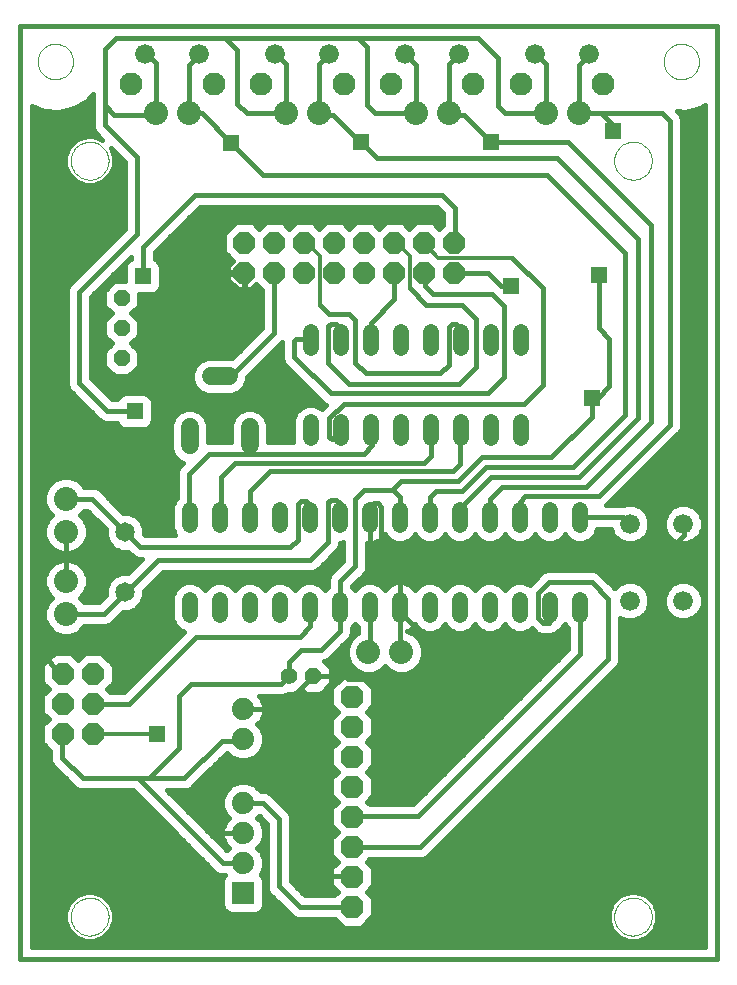
<source format=gbl>
G75*
G70*
%OFA0B0*%
%FSLAX24Y24*%
%IPPOS*%
%LPD*%
%AMOC8*
5,1,8,0,0,1.08239X$1,22.5*
%
%ADD10C,0.0160*%
%ADD11C,0.0520*%
%ADD12C,0.0650*%
%ADD13C,0.0660*%
%ADD14C,0.0768*%
%ADD15OC8,0.0760*%
%ADD16C,0.0800*%
%ADD17C,0.0000*%
%ADD18OC8,0.0740*%
%ADD19R,0.0740X0.0740*%
%ADD20C,0.0740*%
%ADD21OC8,0.0520*%
%ADD22OC8,0.0560*%
%ADD23C,0.0560*%
%ADD24C,0.0600*%
%ADD25R,0.0560X0.0560*%
%ADD26C,0.0120*%
D10*
X000519Y000180D02*
X023747Y000180D01*
X023747Y031282D01*
X000519Y031282D01*
X000519Y000180D01*
X000913Y000574D02*
X000913Y028626D01*
X001326Y028463D01*
X001826Y028426D01*
X002314Y028537D01*
X002747Y028788D01*
X002747Y028788D01*
X002954Y029010D01*
X002954Y027896D01*
X003014Y027749D01*
X003269Y027494D01*
X003003Y027604D01*
X002681Y027604D01*
X002383Y027481D01*
X002155Y027253D01*
X002032Y026955D01*
X002032Y026633D01*
X002155Y026335D01*
X002383Y026108D01*
X002681Y025984D01*
X003003Y025984D01*
X003301Y026108D01*
X003528Y026335D01*
X003652Y026633D01*
X003652Y026955D01*
X003541Y027222D01*
X004017Y026747D01*
X004017Y024519D01*
X002148Y022651D01*
X002087Y022504D01*
X002087Y019313D01*
X002148Y019166D01*
X003093Y018221D01*
X003206Y018109D01*
X003353Y018048D01*
X003761Y018048D01*
X003787Y017986D01*
X003877Y017896D01*
X003994Y017848D01*
X004681Y017848D01*
X004799Y017896D01*
X004889Y017986D01*
X004938Y018104D01*
X004938Y018791D01*
X004889Y018909D01*
X004799Y018999D01*
X004681Y019048D01*
X003994Y019048D01*
X003877Y018999D01*
X003787Y018909D01*
X003761Y018848D01*
X003598Y018848D01*
X002887Y019558D01*
X002887Y022258D01*
X004213Y023584D01*
X004213Y023513D01*
X004152Y023487D01*
X004062Y023397D01*
X004013Y023280D01*
X004013Y022784D01*
X003664Y022784D01*
X003325Y022444D01*
X003325Y021963D01*
X003584Y021704D01*
X003325Y021444D01*
X003325Y020963D01*
X003584Y020704D01*
X003325Y020444D01*
X003325Y019963D01*
X003664Y019624D01*
X004145Y019624D01*
X004485Y019963D01*
X004485Y020444D01*
X004225Y020704D01*
X004485Y020963D01*
X004485Y021444D01*
X004225Y021704D01*
X004485Y021963D01*
X004485Y022336D01*
X004957Y022336D01*
X005075Y022385D01*
X005165Y022475D01*
X005213Y022592D01*
X005213Y023280D01*
X005165Y023397D01*
X005075Y023487D01*
X005013Y023513D01*
X005013Y023754D01*
X006511Y025252D01*
X014408Y025252D01*
X014607Y025054D01*
X014607Y024638D01*
X014499Y024530D01*
X014285Y024744D01*
X013713Y024744D01*
X013499Y024530D01*
X013285Y024744D01*
X012713Y024744D01*
X012499Y024530D01*
X012285Y024744D01*
X011713Y024744D01*
X011499Y024530D01*
X011285Y024744D01*
X010713Y024744D01*
X010499Y024530D01*
X010285Y024744D01*
X009713Y024744D01*
X009499Y024530D01*
X009285Y024744D01*
X008713Y024744D01*
X008499Y024530D01*
X008285Y024744D01*
X007713Y024744D01*
X007309Y024340D01*
X007309Y023768D01*
X007622Y023455D01*
X007449Y023282D01*
X007449Y023074D01*
X007979Y023074D01*
X007979Y023034D01*
X007449Y023034D01*
X007449Y022826D01*
X007771Y022504D01*
X007979Y022504D01*
X007979Y023034D01*
X008019Y023034D01*
X008019Y022504D01*
X008227Y022504D01*
X008400Y022677D01*
X008583Y022494D01*
X008583Y021212D01*
X007597Y020225D01*
X007596Y020225D01*
X006749Y020225D01*
X006521Y020131D01*
X006347Y019956D01*
X006252Y019729D01*
X006252Y019482D01*
X006347Y019254D01*
X006521Y019080D01*
X006749Y018985D01*
X007596Y018985D01*
X007824Y019080D01*
X007998Y019254D01*
X008092Y019482D01*
X008092Y019589D01*
X009210Y020707D01*
X009210Y020707D01*
X009253Y020750D01*
X009253Y020179D01*
X009314Y020032D01*
X010647Y018699D01*
X010724Y018667D01*
X010607Y018551D01*
X010579Y018523D01*
X010536Y018566D01*
X010323Y018654D01*
X010093Y018654D01*
X009879Y018566D01*
X009716Y018402D01*
X009628Y018189D01*
X009628Y017438D01*
X009631Y017430D01*
X008792Y017430D01*
X008792Y018029D01*
X008698Y018256D01*
X008524Y018431D01*
X008296Y018525D01*
X008049Y018525D01*
X007821Y018431D01*
X007647Y018256D01*
X007552Y018029D01*
X007552Y017430D01*
X006792Y017430D01*
X006792Y018029D01*
X006698Y018256D01*
X006524Y018431D01*
X006296Y018525D01*
X006049Y018525D01*
X005821Y018431D01*
X005647Y018256D01*
X005552Y018029D01*
X005552Y017182D01*
X005647Y016954D01*
X005821Y016780D01*
X005949Y016727D01*
X005922Y016700D01*
X005810Y016588D01*
X005749Y016441D01*
X005749Y015553D01*
X005693Y015497D01*
X005604Y015284D01*
X005604Y014533D01*
X005692Y014320D01*
X004700Y014320D01*
X004668Y014353D01*
X004668Y014537D01*
X004570Y014774D01*
X004388Y014955D01*
X004151Y015053D01*
X003967Y015053D01*
X003147Y015873D01*
X003000Y015934D01*
X002667Y015934D01*
X002665Y015941D01*
X002462Y016144D01*
X002198Y016253D01*
X001911Y016253D01*
X001646Y016144D01*
X001444Y015941D01*
X001334Y015676D01*
X001334Y015390D01*
X001444Y015125D01*
X001586Y014983D01*
X001444Y014841D01*
X001334Y014576D01*
X001334Y014290D01*
X001444Y014025D01*
X001646Y013823D01*
X001911Y013713D01*
X002198Y013713D01*
X002462Y013823D01*
X002665Y014025D01*
X002774Y014290D01*
X002774Y014576D01*
X002665Y014841D01*
X002523Y014983D01*
X002665Y015125D01*
X002668Y015134D01*
X002755Y015134D01*
X003378Y014511D01*
X003378Y014280D01*
X003476Y014043D01*
X003657Y013862D01*
X003895Y013763D01*
X004126Y013763D01*
X004308Y013581D01*
X004455Y013520D01*
X004593Y013520D01*
X004126Y013053D01*
X003895Y013053D01*
X003657Y012955D01*
X003476Y012774D01*
X003378Y012537D01*
X003378Y012305D01*
X003148Y012076D01*
X002668Y012076D01*
X002665Y012085D01*
X002523Y012227D01*
X002665Y012369D01*
X002774Y012634D01*
X002774Y012920D01*
X002665Y013185D01*
X002462Y013388D01*
X002198Y013497D01*
X001911Y013497D01*
X001646Y013388D01*
X001444Y013185D01*
X001334Y012920D01*
X001334Y012634D01*
X001444Y012369D01*
X001586Y012227D01*
X001444Y012085D01*
X001334Y011820D01*
X001334Y011534D01*
X001444Y011269D01*
X001646Y011067D01*
X001911Y010957D01*
X002198Y010957D01*
X002462Y011067D01*
X002665Y011269D01*
X002667Y011276D01*
X003394Y011276D01*
X003541Y011337D01*
X003967Y011763D01*
X004151Y011763D01*
X004388Y011862D01*
X004570Y012043D01*
X004668Y012280D01*
X004668Y012464D01*
X005291Y013087D01*
X010284Y013087D01*
X010431Y013148D01*
X010543Y013261D01*
X011134Y013851D01*
X011194Y013998D01*
X011194Y014068D01*
X011300Y014068D01*
X011300Y014069D02*
X011300Y013456D01*
X010849Y013005D01*
X010788Y012858D01*
X010788Y012593D01*
X010693Y012497D01*
X010684Y012477D01*
X010676Y012497D01*
X010513Y012660D01*
X010300Y012748D01*
X010069Y012748D01*
X009856Y012660D01*
X009693Y012497D01*
X009684Y012477D01*
X009676Y012497D01*
X009513Y012660D01*
X009300Y012748D01*
X009069Y012748D01*
X008856Y012660D01*
X008693Y012497D01*
X008684Y012477D01*
X008676Y012497D01*
X008513Y012660D01*
X008300Y012748D01*
X008069Y012748D01*
X007856Y012660D01*
X007693Y012497D01*
X007684Y012477D01*
X007676Y012497D01*
X007513Y012660D01*
X007300Y012748D01*
X007069Y012748D01*
X006856Y012660D01*
X006693Y012497D01*
X006684Y012477D01*
X006676Y012497D01*
X006513Y012660D01*
X006300Y012748D01*
X006069Y012748D01*
X005856Y012660D01*
X005693Y012497D01*
X005604Y012284D01*
X005604Y011533D01*
X005693Y011320D01*
X005856Y011157D01*
X005992Y011100D01*
X003975Y009084D01*
X003524Y009084D01*
X003424Y009184D01*
X003638Y009398D01*
X003638Y009970D01*
X003234Y010374D01*
X002662Y010374D01*
X002448Y010160D01*
X002234Y010374D01*
X001662Y010374D01*
X001258Y009970D01*
X001258Y009398D01*
X001472Y009184D01*
X001258Y008970D01*
X001258Y008398D01*
X001472Y008184D01*
X001258Y007970D01*
X001258Y007398D01*
X001536Y007120D01*
X001536Y006793D01*
X001597Y006646D01*
X002379Y005865D01*
X002526Y005804D01*
X004290Y005804D01*
X007064Y003030D01*
X007211Y002969D01*
X007352Y002969D01*
X007319Y002936D01*
X007270Y002818D01*
X007270Y001951D01*
X007319Y001833D01*
X007409Y001743D01*
X007526Y001695D01*
X008393Y001695D01*
X008511Y001743D01*
X008601Y001833D01*
X008650Y001951D01*
X008650Y002818D01*
X008601Y002936D01*
X008544Y002993D01*
X008545Y002994D01*
X008650Y003247D01*
X008650Y003522D01*
X008545Y003776D01*
X008436Y003885D01*
X008545Y003994D01*
X008650Y004247D01*
X008650Y004522D01*
X008545Y004776D01*
X008436Y004885D01*
X008496Y004945D01*
X008741Y004699D01*
X008741Y002541D01*
X008802Y002394D01*
X009511Y001686D01*
X009623Y001573D01*
X009770Y001512D01*
X011023Y001512D01*
X011308Y001228D01*
X011888Y001228D01*
X012298Y001638D01*
X012298Y002218D01*
X012088Y002428D01*
X012298Y002638D01*
X012298Y003218D01*
X012088Y003428D01*
X012180Y003520D01*
X013945Y003520D01*
X014092Y003581D01*
X020352Y009841D01*
X020464Y009953D01*
X020525Y010100D01*
X020525Y011561D01*
X020724Y011479D01*
X020983Y011479D01*
X021222Y011578D01*
X021405Y011761D01*
X021504Y012000D01*
X021504Y012258D01*
X021405Y012497D01*
X021222Y012680D01*
X020983Y012779D01*
X020724Y012779D01*
X020485Y012680D01*
X020342Y012537D01*
X019913Y012966D01*
X019801Y013078D01*
X019654Y013139D01*
X018077Y013139D01*
X017930Y013078D01*
X017576Y012724D01*
X017512Y012660D01*
X017300Y012748D01*
X017069Y012748D01*
X016856Y012660D01*
X016693Y012497D01*
X016684Y012477D01*
X016676Y012497D01*
X016513Y012660D01*
X016300Y012748D01*
X016069Y012748D01*
X015856Y012660D01*
X015693Y012497D01*
X015684Y012477D01*
X015676Y012497D01*
X015513Y012660D01*
X015300Y012748D01*
X015069Y012748D01*
X014856Y012660D01*
X014693Y012497D01*
X014684Y012477D01*
X014676Y012497D01*
X014513Y012660D01*
X014300Y012748D01*
X014069Y012748D01*
X013856Y012660D01*
X013693Y012497D01*
X013684Y012477D01*
X013676Y012497D01*
X013513Y012660D01*
X013300Y012748D01*
X013069Y012748D01*
X012856Y012660D01*
X012693Y012497D01*
X012684Y012477D01*
X012676Y012497D01*
X012513Y012660D01*
X012300Y012748D01*
X012069Y012748D01*
X011856Y012660D01*
X011693Y012497D01*
X011684Y012477D01*
X011676Y012497D01*
X011588Y012585D01*
X011588Y012613D01*
X012039Y013064D01*
X012100Y013211D01*
X012100Y014068D01*
X012300Y014068D01*
X012513Y014157D01*
X012676Y014320D01*
X012684Y014340D01*
X012693Y014320D01*
X012856Y014157D01*
X013069Y014068D01*
X013300Y014068D01*
X013513Y014157D01*
X013676Y014320D01*
X013684Y014340D01*
X013693Y014320D01*
X013856Y014157D01*
X014069Y014068D01*
X014300Y014068D01*
X014513Y014157D01*
X014676Y014320D01*
X014684Y014340D01*
X014693Y014320D01*
X014856Y014157D01*
X015069Y014068D01*
X015300Y014068D01*
X015513Y014157D01*
X015676Y014320D01*
X015684Y014340D01*
X015693Y014320D01*
X015856Y014157D01*
X016069Y014068D01*
X016300Y014068D01*
X016513Y014157D01*
X016676Y014320D01*
X016684Y014340D01*
X016693Y014320D01*
X016856Y014157D01*
X017069Y014068D01*
X017300Y014068D01*
X017513Y014157D01*
X017676Y014320D01*
X017684Y014340D01*
X017693Y014320D01*
X017856Y014157D01*
X018069Y014068D01*
X018300Y014068D01*
X018513Y014157D01*
X018676Y014320D01*
X018684Y014340D01*
X018693Y014320D01*
X018856Y014157D01*
X019069Y014068D01*
X019300Y014068D01*
X019513Y014157D01*
X019676Y014320D01*
X019752Y014504D01*
X020226Y014504D01*
X020303Y014320D01*
X020485Y014137D01*
X020724Y014038D01*
X020983Y014038D01*
X021222Y014137D01*
X021405Y014320D01*
X021504Y014559D01*
X021504Y014817D01*
X021405Y015056D01*
X021222Y015239D01*
X020983Y015338D01*
X020724Y015338D01*
X020643Y015304D01*
X020067Y015304D01*
X022399Y017636D01*
X022512Y017749D01*
X022572Y017896D01*
X022572Y028212D01*
X022512Y028359D01*
X022425Y028446D01*
X022692Y028426D01*
X023180Y028537D01*
X023354Y028638D01*
X023354Y000574D01*
X000913Y000574D01*
X000913Y000656D02*
X023354Y000656D01*
X023354Y000814D02*
X021177Y000814D01*
X021113Y000787D02*
X021411Y000911D01*
X021639Y001139D01*
X021762Y001436D01*
X021762Y001758D01*
X021639Y002056D01*
X021411Y002284D01*
X021113Y002407D01*
X020791Y002407D01*
X020493Y002284D01*
X020265Y002056D01*
X020142Y001758D01*
X020142Y001436D01*
X020265Y001139D01*
X020493Y000911D01*
X020791Y000787D01*
X021113Y000787D01*
X021473Y000973D02*
X023354Y000973D01*
X023354Y001131D02*
X021631Y001131D01*
X021701Y001290D02*
X023354Y001290D01*
X023354Y001448D02*
X021762Y001448D01*
X021762Y001607D02*
X023354Y001607D01*
X023354Y001765D02*
X021759Y001765D01*
X021694Y001924D02*
X023354Y001924D01*
X023354Y002082D02*
X021613Y002082D01*
X021454Y002241D02*
X023354Y002241D01*
X023354Y002399D02*
X021133Y002399D01*
X020771Y002399D02*
X012117Y002399D01*
X012217Y002558D02*
X023354Y002558D01*
X023354Y002716D02*
X012298Y002716D01*
X012298Y002875D02*
X023354Y002875D01*
X023354Y003033D02*
X012298Y003033D01*
X012298Y003192D02*
X023354Y003192D01*
X023354Y003350D02*
X012166Y003350D01*
X012168Y003509D02*
X023354Y003509D01*
X023354Y003667D02*
X014178Y003667D01*
X014336Y003826D02*
X023354Y003826D01*
X023354Y003984D02*
X014495Y003984D01*
X014653Y004143D02*
X023354Y004143D01*
X023354Y004301D02*
X014812Y004301D01*
X014970Y004460D02*
X023354Y004460D01*
X023354Y004618D02*
X015129Y004618D01*
X015287Y004777D02*
X023354Y004777D01*
X023354Y004935D02*
X015446Y004935D01*
X015604Y005094D02*
X023354Y005094D01*
X023354Y005252D02*
X015763Y005252D01*
X015921Y005411D02*
X023354Y005411D01*
X023354Y005569D02*
X016080Y005569D01*
X016238Y005728D02*
X023354Y005728D01*
X023354Y005886D02*
X016397Y005886D01*
X016555Y006045D02*
X023354Y006045D01*
X023354Y006203D02*
X016714Y006203D01*
X016872Y006362D02*
X023354Y006362D01*
X023354Y006520D02*
X017031Y006520D01*
X017189Y006679D02*
X023354Y006679D01*
X023354Y006837D02*
X017348Y006837D01*
X017506Y006996D02*
X023354Y006996D01*
X023354Y007154D02*
X017665Y007154D01*
X017823Y007313D02*
X023354Y007313D01*
X023354Y007471D02*
X017982Y007471D01*
X018140Y007630D02*
X023354Y007630D01*
X023354Y007788D02*
X018299Y007788D01*
X018457Y007947D02*
X023354Y007947D01*
X023354Y008105D02*
X018616Y008105D01*
X018774Y008264D02*
X023354Y008264D01*
X023354Y008422D02*
X018933Y008422D01*
X019091Y008581D02*
X023354Y008581D01*
X023354Y008739D02*
X019250Y008739D01*
X019408Y008898D02*
X023354Y008898D01*
X023354Y009056D02*
X019567Y009056D01*
X019725Y009215D02*
X023354Y009215D01*
X023354Y009373D02*
X019884Y009373D01*
X020042Y009532D02*
X023354Y009532D01*
X023354Y009690D02*
X020201Y009690D01*
X020359Y009849D02*
X023354Y009849D01*
X023354Y010007D02*
X020486Y010007D01*
X020525Y010166D02*
X023354Y010166D01*
X023354Y010324D02*
X020525Y010324D01*
X020525Y010483D02*
X023354Y010483D01*
X023354Y010641D02*
X020525Y010641D01*
X020525Y010800D02*
X023354Y010800D01*
X023354Y010958D02*
X020525Y010958D01*
X020525Y011117D02*
X023354Y011117D01*
X023354Y011275D02*
X020525Y011275D01*
X020525Y011434D02*
X023354Y011434D01*
X023354Y011592D02*
X023008Y011592D01*
X022993Y011578D02*
X023176Y011761D01*
X023275Y012000D01*
X023275Y012258D01*
X023176Y012497D01*
X022993Y012680D01*
X022754Y012779D01*
X022496Y012779D01*
X022257Y012680D01*
X022074Y012497D01*
X021975Y012258D01*
X021975Y012000D01*
X022074Y011761D01*
X022257Y011578D01*
X022496Y011479D01*
X022754Y011479D01*
X022993Y011578D01*
X023166Y011751D02*
X023354Y011751D01*
X023354Y011909D02*
X023238Y011909D01*
X023275Y012068D02*
X023354Y012068D01*
X023354Y012226D02*
X023275Y012226D01*
X023223Y012385D02*
X023354Y012385D01*
X023354Y012543D02*
X023130Y012543D01*
X022941Y012702D02*
X023354Y012702D01*
X023354Y012860D02*
X020019Y012860D01*
X020177Y012702D02*
X020538Y012702D01*
X020349Y012543D02*
X020336Y012543D01*
X020125Y012188D02*
X019574Y012739D01*
X018157Y012739D01*
X017802Y012385D01*
X017802Y011558D01*
X017960Y011400D01*
X018157Y011400D01*
X018196Y011440D01*
X018196Y011912D01*
X018684Y011340D02*
X018693Y011320D01*
X018780Y011232D01*
X018780Y010503D01*
X013621Y005344D01*
X012172Y005344D01*
X012088Y005428D01*
X012298Y005638D01*
X012298Y006218D01*
X012088Y006428D01*
X012298Y006638D01*
X012298Y007218D01*
X012088Y007428D01*
X012298Y007638D01*
X012298Y008218D01*
X012088Y008428D01*
X012298Y008638D01*
X012298Y009218D01*
X011888Y009628D01*
X011308Y009628D01*
X010898Y009218D01*
X010898Y008638D01*
X011108Y008428D01*
X010898Y008218D01*
X010898Y007638D01*
X011108Y007428D01*
X010898Y007218D01*
X010898Y006638D01*
X011108Y006428D01*
X010898Y006218D01*
X010898Y005638D01*
X011108Y005428D01*
X010898Y005218D01*
X010898Y004638D01*
X011108Y004428D01*
X010898Y004218D01*
X010898Y003638D01*
X011108Y003428D01*
X010898Y003218D01*
X010898Y002638D01*
X011108Y002428D01*
X010992Y002312D01*
X010015Y002312D01*
X009541Y002787D01*
X009541Y004945D01*
X009480Y005092D01*
X009368Y005204D01*
X008856Y005716D01*
X008709Y005777D01*
X008544Y005777D01*
X008351Y005970D01*
X008097Y006075D01*
X007823Y006075D01*
X007569Y005970D01*
X007375Y005776D01*
X007270Y005522D01*
X007270Y005247D01*
X007375Y004994D01*
X007484Y004885D01*
X007375Y004776D01*
X007270Y004522D01*
X007270Y004247D01*
X007375Y003994D01*
X007484Y003885D01*
X007412Y003813D01*
X005422Y005804D01*
X006071Y005804D01*
X006218Y005865D01*
X006330Y005977D01*
X007417Y007063D01*
X007423Y007063D01*
X007569Y006918D01*
X007823Y006813D01*
X008097Y006813D01*
X008351Y006918D01*
X008545Y007112D01*
X008650Y007366D01*
X008650Y007640D01*
X008545Y007894D01*
X008436Y008003D01*
X008545Y008112D01*
X008650Y008366D01*
X008650Y008640D01*
X008545Y008894D01*
X008485Y008953D01*
X009299Y008953D01*
X009446Y009014D01*
X009461Y009029D01*
X009608Y009029D01*
X009829Y009120D01*
X009889Y009180D01*
X010040Y009029D01*
X010538Y009029D01*
X010889Y009380D01*
X010889Y009877D01*
X010662Y010105D01*
X010785Y010156D01*
X010897Y010268D01*
X011527Y010898D01*
X011588Y011045D01*
X011588Y011232D01*
X011676Y011320D01*
X011684Y011340D01*
X011693Y011320D01*
X011772Y011240D01*
X011772Y011046D01*
X011726Y011027D01*
X011524Y010824D01*
X011414Y010559D01*
X011414Y010273D01*
X011524Y010008D01*
X011726Y009806D01*
X011991Y009696D01*
X012277Y009696D01*
X012542Y009806D01*
X012684Y009948D01*
X012826Y009806D01*
X013091Y009696D01*
X013377Y009696D01*
X013642Y009806D01*
X013845Y010008D01*
X013954Y010273D01*
X013954Y010559D01*
X013845Y010824D01*
X013642Y011027D01*
X013420Y011118D01*
X013513Y011157D01*
X013676Y011320D01*
X013684Y011340D01*
X013693Y011320D01*
X013856Y011157D01*
X014069Y011068D01*
X014300Y011068D01*
X014513Y011157D01*
X014676Y011320D01*
X014684Y011340D01*
X014693Y011320D01*
X014856Y011157D01*
X015069Y011068D01*
X015300Y011068D01*
X015513Y011157D01*
X015676Y011320D01*
X015684Y011340D01*
X015693Y011320D01*
X015856Y011157D01*
X016069Y011068D01*
X016300Y011068D01*
X016513Y011157D01*
X016676Y011320D01*
X016684Y011340D01*
X016693Y011320D01*
X016856Y011157D01*
X017069Y011068D01*
X017300Y011068D01*
X017513Y011157D01*
X017575Y011219D01*
X017621Y011174D01*
X017733Y011061D01*
X017880Y011000D01*
X018236Y011000D01*
X018383Y011061D01*
X018423Y011101D01*
X018454Y011132D01*
X018513Y011157D01*
X018676Y011320D01*
X018684Y011340D01*
X018631Y011275D02*
X018737Y011275D01*
X018780Y011117D02*
X018438Y011117D01*
X018780Y010958D02*
X013711Y010958D01*
X013855Y010800D02*
X018780Y010800D01*
X018780Y010641D02*
X013920Y010641D01*
X013954Y010483D02*
X018760Y010483D01*
X018601Y010324D02*
X013954Y010324D01*
X013910Y010166D02*
X018443Y010166D01*
X018284Y010007D02*
X013843Y010007D01*
X013685Y009849D02*
X018126Y009849D01*
X017967Y009690D02*
X010889Y009690D01*
X010889Y009532D02*
X011211Y009532D01*
X011346Y009629D02*
X011464Y009511D01*
X013865Y009511D01*
X014141Y009786D01*
X014141Y010810D01*
X013196Y011755D01*
X013196Y010456D01*
X013235Y010416D01*
X012784Y009849D02*
X012585Y009849D01*
X012143Y009373D02*
X017650Y009373D01*
X017492Y009215D02*
X012298Y009215D01*
X012298Y009056D02*
X017333Y009056D01*
X017175Y008898D02*
X012298Y008898D01*
X012298Y008739D02*
X017016Y008739D01*
X016858Y008581D02*
X012240Y008581D01*
X012094Y008422D02*
X016699Y008422D01*
X016541Y008264D02*
X012252Y008264D01*
X012298Y008105D02*
X016382Y008105D01*
X016224Y007947D02*
X012298Y007947D01*
X012298Y007788D02*
X016065Y007788D01*
X015907Y007630D02*
X012289Y007630D01*
X012131Y007471D02*
X015748Y007471D01*
X015590Y007313D02*
X012203Y007313D01*
X012298Y007154D02*
X015431Y007154D01*
X015273Y006996D02*
X012298Y006996D01*
X012298Y006837D02*
X015114Y006837D01*
X014956Y006679D02*
X012298Y006679D01*
X012180Y006520D02*
X014797Y006520D01*
X014639Y006362D02*
X012154Y006362D01*
X012298Y006203D02*
X014480Y006203D01*
X014322Y006045D02*
X012298Y006045D01*
X012298Y005886D02*
X014163Y005886D01*
X014005Y005728D02*
X012298Y005728D01*
X012229Y005569D02*
X013846Y005569D01*
X013688Y005411D02*
X012105Y005411D01*
X011582Y004944D02*
X013787Y004944D01*
X019180Y010337D01*
X019180Y011912D01*
X019860Y013019D02*
X023354Y013019D01*
X023354Y013177D02*
X012086Y013177D01*
X012100Y013336D02*
X023354Y013336D01*
X023354Y013494D02*
X012100Y013494D01*
X012100Y013653D02*
X023354Y013653D01*
X023354Y013811D02*
X012100Y013811D01*
X012100Y013970D02*
X023354Y013970D01*
X023354Y014128D02*
X022972Y014128D01*
X022993Y014137D02*
X023176Y014320D01*
X023275Y014559D01*
X023275Y014817D01*
X023176Y015056D01*
X022993Y015239D01*
X022754Y015338D01*
X022496Y015338D01*
X022257Y015239D01*
X022074Y015056D01*
X021975Y014817D01*
X021975Y014559D01*
X022074Y014320D01*
X022257Y014137D01*
X022496Y014038D01*
X022754Y014038D01*
X022993Y014137D01*
X023143Y014287D02*
X023354Y014287D01*
X023354Y014445D02*
X023228Y014445D01*
X023275Y014604D02*
X023354Y014604D01*
X023354Y014762D02*
X023275Y014762D01*
X023232Y014921D02*
X023354Y014921D01*
X023354Y015079D02*
X023153Y015079D01*
X022995Y015238D02*
X023354Y015238D01*
X023354Y015396D02*
X020159Y015396D01*
X020317Y015555D02*
X023354Y015555D01*
X023354Y015713D02*
X020476Y015713D01*
X020634Y015872D02*
X023354Y015872D01*
X023354Y016030D02*
X020793Y016030D01*
X020951Y016189D02*
X023354Y016189D01*
X023354Y016347D02*
X021110Y016347D01*
X021268Y016506D02*
X023354Y016506D01*
X023354Y016664D02*
X021427Y016664D01*
X021585Y016823D02*
X023354Y016823D01*
X023354Y016981D02*
X021744Y016981D01*
X021902Y017140D02*
X023354Y017140D01*
X023354Y017298D02*
X022061Y017298D01*
X022219Y017457D02*
X023354Y017457D01*
X023354Y017615D02*
X022378Y017615D01*
X022522Y017774D02*
X023354Y017774D01*
X023354Y017932D02*
X022572Y017932D01*
X022572Y018091D02*
X023354Y018091D01*
X023354Y018249D02*
X022572Y018249D01*
X022572Y018408D02*
X023354Y018408D01*
X023354Y018566D02*
X022572Y018566D01*
X022572Y018725D02*
X023354Y018725D01*
X023354Y018883D02*
X022572Y018883D01*
X022572Y019042D02*
X023354Y019042D01*
X023354Y019200D02*
X022572Y019200D01*
X022572Y019359D02*
X023354Y019359D01*
X023354Y019517D02*
X022572Y019517D01*
X022572Y019676D02*
X023354Y019676D01*
X023354Y019834D02*
X022572Y019834D01*
X022572Y019993D02*
X023354Y019993D01*
X023354Y020151D02*
X022572Y020151D01*
X022572Y020310D02*
X023354Y020310D01*
X023354Y020468D02*
X022572Y020468D01*
X022572Y020627D02*
X023354Y020627D01*
X023354Y020785D02*
X022572Y020785D01*
X022572Y020944D02*
X023354Y020944D01*
X023354Y021102D02*
X022572Y021102D01*
X022572Y021261D02*
X023354Y021261D01*
X023354Y021419D02*
X022572Y021419D01*
X022572Y021578D02*
X023354Y021578D01*
X023354Y021736D02*
X022572Y021736D01*
X022572Y021895D02*
X023354Y021895D01*
X023354Y022053D02*
X022572Y022053D01*
X022572Y022212D02*
X023354Y022212D01*
X023354Y022370D02*
X022572Y022370D01*
X022572Y022529D02*
X023354Y022529D01*
X023354Y022687D02*
X022572Y022687D01*
X022572Y022846D02*
X023354Y022846D01*
X023354Y023004D02*
X022572Y023004D01*
X022572Y023163D02*
X023354Y023163D01*
X023354Y023321D02*
X022572Y023321D01*
X022572Y023480D02*
X023354Y023480D01*
X023354Y023638D02*
X022572Y023638D01*
X022572Y023797D02*
X023354Y023797D01*
X023354Y023955D02*
X022572Y023955D01*
X022572Y024114D02*
X023354Y024114D01*
X023354Y024272D02*
X022572Y024272D01*
X022572Y024431D02*
X023354Y024431D01*
X023354Y024589D02*
X022572Y024589D01*
X022572Y024748D02*
X023354Y024748D01*
X023354Y024906D02*
X022572Y024906D01*
X022572Y025065D02*
X023354Y025065D01*
X023354Y025223D02*
X022572Y025223D01*
X022572Y025382D02*
X023354Y025382D01*
X023354Y025540D02*
X022572Y025540D01*
X022572Y025699D02*
X023354Y025699D01*
X023354Y025857D02*
X022572Y025857D01*
X022572Y026016D02*
X023354Y026016D01*
X023354Y026174D02*
X022572Y026174D01*
X022572Y026333D02*
X023354Y026333D01*
X023354Y026491D02*
X022572Y026491D01*
X022572Y026650D02*
X023354Y026650D01*
X023354Y026808D02*
X022572Y026808D01*
X022572Y026967D02*
X023354Y026967D01*
X023354Y027125D02*
X022572Y027125D01*
X022572Y027284D02*
X023354Y027284D01*
X023354Y027442D02*
X022572Y027442D01*
X022572Y027601D02*
X023354Y027601D01*
X023354Y027759D02*
X022572Y027759D01*
X022572Y027918D02*
X023354Y027918D01*
X023354Y028076D02*
X022572Y028076D01*
X022563Y028235D02*
X023354Y028235D01*
X023354Y028393D02*
X022478Y028393D01*
X022692Y028426D02*
X022692Y028426D01*
X023180Y028537D02*
X023180Y028537D01*
X023204Y028552D02*
X023354Y028552D01*
X022172Y028133D02*
X021936Y028369D01*
X019889Y028369D01*
X020283Y027975D01*
X020283Y027778D01*
X019889Y028369D02*
X019141Y028369D01*
X019141Y029983D01*
X019495Y030337D01*
X018039Y030023D02*
X018039Y028369D01*
X016700Y028369D01*
X016464Y028605D01*
X016464Y030219D01*
X015794Y030889D01*
X011779Y030889D01*
X012094Y030574D01*
X012094Y028645D01*
X012369Y028369D01*
X013747Y028369D01*
X013708Y028369D02*
X013708Y029983D01*
X013354Y030337D01*
X014810Y030023D02*
X014810Y028369D01*
X014850Y028330D01*
X015322Y028330D01*
X016228Y027424D01*
X018787Y027424D01*
X021543Y024668D01*
X021543Y018093D01*
X019377Y015928D01*
X016582Y015928D01*
X016188Y015534D01*
X016188Y014904D01*
X016643Y014287D02*
X016726Y014287D01*
X016925Y014128D02*
X016444Y014128D01*
X015925Y014128D02*
X015444Y014128D01*
X015643Y014287D02*
X015726Y014287D01*
X015204Y014865D02*
X015204Y015219D01*
X016228Y016243D01*
X019141Y016243D01*
X021109Y018211D01*
X021109Y021243D01*
X021109Y021597D01*
X021109Y024196D01*
X018865Y026440D01*
X018708Y026597D01*
X018432Y026873D01*
X012409Y026873D01*
X010952Y028330D01*
X010519Y028330D01*
X010480Y028369D01*
X010480Y030023D01*
X010834Y030377D01*
X011779Y030889D02*
X007369Y030889D01*
X007763Y030495D01*
X007763Y028684D01*
X008078Y028369D01*
X009377Y028369D01*
X009377Y030023D01*
X009062Y030337D01*
X007369Y030889D02*
X003708Y030889D01*
X003354Y030534D01*
X003354Y028645D01*
X003354Y027975D01*
X004417Y026912D01*
X004417Y024353D01*
X002487Y022424D01*
X002487Y019393D01*
X003432Y018448D01*
X004338Y018448D01*
X004696Y019042D02*
X006613Y019042D01*
X006401Y019200D02*
X003246Y019200D01*
X003404Y019042D02*
X003979Y019042D01*
X003776Y018883D02*
X003563Y018883D01*
X003087Y019359D02*
X006304Y019359D01*
X006252Y019517D02*
X002929Y019517D01*
X002887Y019676D02*
X003613Y019676D01*
X003454Y019834D02*
X002887Y019834D01*
X002887Y019993D02*
X003325Y019993D01*
X003325Y020151D02*
X002887Y020151D01*
X002887Y020310D02*
X003325Y020310D01*
X003349Y020468D02*
X002887Y020468D01*
X002887Y020627D02*
X003507Y020627D01*
X003503Y020785D02*
X002887Y020785D01*
X002887Y020944D02*
X003345Y020944D01*
X003325Y021102D02*
X002887Y021102D01*
X002887Y021261D02*
X003325Y021261D01*
X003325Y021419D02*
X002887Y021419D01*
X002887Y021578D02*
X003458Y021578D01*
X003552Y021736D02*
X002887Y021736D01*
X002887Y021895D02*
X003394Y021895D01*
X003325Y022053D02*
X002887Y022053D01*
X002887Y022212D02*
X003325Y022212D01*
X003325Y022370D02*
X002999Y022370D01*
X003158Y022529D02*
X003409Y022529D01*
X003316Y022687D02*
X003568Y022687D01*
X003475Y022846D02*
X004013Y022846D01*
X004013Y023004D02*
X003633Y023004D01*
X003792Y023163D02*
X004013Y023163D01*
X004031Y023321D02*
X003950Y023321D01*
X004109Y023480D02*
X004144Y023480D01*
X004613Y023920D02*
X004613Y022936D01*
X005196Y023321D02*
X007488Y023321D01*
X007449Y023163D02*
X005213Y023163D01*
X005213Y023004D02*
X007449Y023004D01*
X007449Y022846D02*
X005213Y022846D01*
X005213Y022687D02*
X007588Y022687D01*
X007747Y022529D02*
X005187Y022529D01*
X005039Y022370D02*
X008583Y022370D01*
X008583Y022212D02*
X004485Y022212D01*
X004485Y022053D02*
X008583Y022053D01*
X008583Y021895D02*
X004416Y021895D01*
X004257Y021736D02*
X008583Y021736D01*
X008583Y021578D02*
X004351Y021578D01*
X004485Y021419D02*
X008583Y021419D01*
X008583Y021261D02*
X004485Y021261D01*
X004485Y021102D02*
X008474Y021102D01*
X008315Y020944D02*
X004465Y020944D01*
X004306Y020785D02*
X008157Y020785D01*
X007998Y020627D02*
X004302Y020627D01*
X004461Y020468D02*
X007840Y020468D01*
X007681Y020310D02*
X004485Y020310D01*
X004485Y020151D02*
X006570Y020151D01*
X006383Y019993D02*
X004485Y019993D01*
X004355Y019834D02*
X006296Y019834D01*
X006252Y019676D02*
X004197Y019676D01*
X004900Y018883D02*
X010463Y018883D01*
X010621Y018725D02*
X004938Y018725D01*
X004938Y018566D02*
X009880Y018566D01*
X009721Y018408D02*
X008547Y018408D01*
X008701Y018249D02*
X009653Y018249D01*
X009628Y018091D02*
X008767Y018091D01*
X008792Y017932D02*
X009628Y017932D01*
X009628Y017774D02*
X008792Y017774D01*
X008792Y017615D02*
X009628Y017615D01*
X009628Y017457D02*
X008792Y017457D01*
X008865Y016440D02*
X008196Y015771D01*
X008196Y014904D01*
X007212Y014983D02*
X007212Y016243D01*
X007684Y016715D01*
X013983Y016715D01*
X014220Y016952D01*
X014220Y017818D01*
X015204Y017818D02*
X015204Y016676D01*
X014968Y016440D01*
X008865Y016440D01*
X009889Y015456D02*
X009771Y015337D01*
X009771Y014156D01*
X009535Y013920D01*
X004535Y013920D01*
X002920Y015534D01*
X002054Y015534D01*
X001533Y016030D02*
X000913Y016030D01*
X000913Y015872D02*
X001415Y015872D01*
X001350Y015713D02*
X000913Y015713D01*
X000913Y015555D02*
X001334Y015555D01*
X001334Y015396D02*
X000913Y015396D01*
X000913Y015238D02*
X001397Y015238D01*
X001490Y015079D02*
X000913Y015079D01*
X000913Y014921D02*
X001523Y014921D01*
X001411Y014762D02*
X000913Y014762D01*
X000913Y014604D02*
X001346Y014604D01*
X001334Y014445D02*
X000913Y014445D01*
X000913Y014287D02*
X001336Y014287D01*
X001401Y014128D02*
X000913Y014128D01*
X000913Y013970D02*
X001500Y013970D01*
X001675Y013811D02*
X000913Y013811D01*
X000913Y013653D02*
X004237Y013653D01*
X004408Y013336D02*
X002514Y013336D01*
X002668Y013177D02*
X004249Y013177D01*
X004566Y013494D02*
X002205Y013494D01*
X002054Y013723D02*
X001857Y013526D01*
X001503Y013526D01*
X001188Y013211D01*
X001188Y016519D01*
X001661Y016991D01*
X001755Y016189D02*
X000913Y016189D01*
X000913Y016347D02*
X005749Y016347D01*
X005749Y016189D02*
X002354Y016189D01*
X002576Y016030D02*
X005749Y016030D01*
X005749Y015872D02*
X003149Y015872D01*
X003307Y015713D02*
X005749Y015713D01*
X005749Y015555D02*
X003466Y015555D01*
X003624Y015396D02*
X005651Y015396D01*
X005604Y015238D02*
X003783Y015238D01*
X003941Y015079D02*
X005604Y015079D01*
X005604Y014921D02*
X004423Y014921D01*
X004574Y014762D02*
X005604Y014762D01*
X005604Y014604D02*
X004640Y014604D01*
X004668Y014445D02*
X005641Y014445D01*
X006149Y014944D02*
X006188Y014904D01*
X006149Y014944D02*
X006149Y016361D01*
X006818Y017030D01*
X011976Y017030D01*
X012251Y017306D01*
X012251Y017778D01*
X012212Y017818D01*
X011188Y017857D02*
X011188Y017542D01*
X011149Y017503D01*
X010913Y017503D01*
X010834Y017582D01*
X010834Y018211D01*
X011306Y018684D01*
X017330Y018684D01*
X017960Y019314D01*
X017960Y022542D01*
X016936Y023566D01*
X016897Y022621D02*
X016543Y022621D01*
X016109Y023054D01*
X015007Y023054D01*
X014298Y022345D02*
X016267Y022345D01*
X016661Y021952D01*
X016661Y019589D01*
X016109Y019038D01*
X010873Y019038D01*
X009653Y020259D01*
X009653Y020771D01*
X009731Y020849D01*
X010243Y020849D01*
X010794Y021282D02*
X010794Y020062D01*
X011503Y019353D01*
X015165Y019353D01*
X015716Y019904D01*
X015716Y021519D01*
X015243Y021991D01*
X014062Y021991D01*
X013511Y022542D01*
X014023Y022621D02*
X014298Y022345D01*
X014023Y022621D02*
X014023Y023054D01*
X012999Y023054D02*
X012999Y022188D01*
X012212Y021400D01*
X012212Y020810D01*
X011700Y021479D02*
X011503Y021676D01*
X010834Y021676D01*
X010519Y021991D01*
X010873Y021361D02*
X010794Y021282D01*
X010873Y021361D02*
X011070Y021361D01*
X011188Y021243D01*
X011188Y021164D01*
X011188Y021086D01*
X011188Y020810D01*
X011700Y021479D02*
X011700Y020062D01*
X012054Y019708D01*
X014535Y019708D01*
X014810Y019983D01*
X014810Y021243D01*
X014928Y021361D01*
X015046Y021361D01*
X015125Y021282D01*
X015204Y021204D01*
X015204Y020810D01*
X015007Y024078D02*
X015007Y025219D01*
X014574Y025652D01*
X006346Y025652D01*
X004613Y023920D01*
X005055Y023797D02*
X007309Y023797D01*
X007309Y023955D02*
X005214Y023955D01*
X005372Y024114D02*
X007309Y024114D01*
X007309Y024272D02*
X005531Y024272D01*
X005689Y024431D02*
X007400Y024431D01*
X007558Y024589D02*
X005848Y024589D01*
X006006Y024748D02*
X014607Y024748D01*
X014607Y024906D02*
X006165Y024906D01*
X006323Y025065D02*
X014596Y025065D01*
X014438Y025223D02*
X006482Y025223D01*
X007439Y023638D02*
X005013Y023638D01*
X005082Y023480D02*
X007598Y023480D01*
X007979Y023004D02*
X008019Y023004D01*
X008019Y022846D02*
X007979Y022846D01*
X007979Y022687D02*
X008019Y022687D01*
X008019Y022529D02*
X007979Y022529D01*
X008252Y022529D02*
X008549Y022529D01*
X008983Y023054D02*
X008983Y021046D01*
X007527Y019589D01*
X007172Y019589D01*
X007732Y019042D02*
X010304Y019042D01*
X010146Y019200D02*
X007944Y019200D01*
X008041Y019359D02*
X009987Y019359D01*
X009829Y019517D02*
X008092Y019517D01*
X008179Y019676D02*
X009670Y019676D01*
X009512Y019834D02*
X008337Y019834D01*
X008496Y019993D02*
X009353Y019993D01*
X009264Y020151D02*
X008654Y020151D01*
X008813Y020310D02*
X009253Y020310D01*
X009253Y020468D02*
X008971Y020468D01*
X009130Y020627D02*
X009253Y020627D01*
X010535Y018566D02*
X010623Y018566D01*
X011976Y015810D02*
X011700Y015534D01*
X011700Y013290D01*
X011188Y012778D01*
X011188Y011125D01*
X010558Y010495D01*
X009889Y010495D01*
X009495Y010101D01*
X009495Y009629D01*
X009220Y009353D01*
X006228Y009353D01*
X005834Y008960D01*
X005834Y007227D01*
X004810Y006204D01*
X004456Y006204D01*
X007291Y003369D01*
X007960Y003369D01*
X008561Y003033D02*
X008741Y003033D01*
X008741Y002875D02*
X008627Y002875D01*
X008650Y002716D02*
X008741Y002716D01*
X008741Y002558D02*
X008650Y002558D01*
X008650Y002399D02*
X008800Y002399D01*
X008650Y002241D02*
X008956Y002241D01*
X009114Y002082D02*
X008650Y002082D01*
X008638Y001924D02*
X009273Y001924D01*
X009431Y001765D02*
X008533Y001765D01*
X009141Y002621D02*
X009850Y001912D01*
X011621Y001912D01*
X012108Y001448D02*
X020142Y001448D01*
X020142Y001607D02*
X012266Y001607D01*
X012298Y001765D02*
X020145Y001765D01*
X020210Y001924D02*
X012298Y001924D01*
X012298Y002082D02*
X020291Y002082D01*
X020450Y002241D02*
X012275Y002241D01*
X011582Y002936D02*
X010243Y002936D01*
X009692Y003487D01*
X009692Y006834D01*
X009298Y006440D01*
X007054Y006440D01*
X006779Y006164D01*
X006779Y004904D01*
X007291Y004393D01*
X007960Y004393D01*
X008610Y004618D02*
X008741Y004618D01*
X008741Y004460D02*
X008650Y004460D01*
X008650Y004301D02*
X008741Y004301D01*
X008741Y004143D02*
X008606Y004143D01*
X008535Y003984D02*
X008741Y003984D01*
X008741Y003826D02*
X008495Y003826D01*
X008590Y003667D02*
X008741Y003667D01*
X008741Y003509D02*
X008650Y003509D01*
X008650Y003350D02*
X008741Y003350D01*
X008741Y003192D02*
X008627Y003192D01*
X009141Y002621D02*
X009141Y004865D01*
X008629Y005377D01*
X007960Y005377D01*
X008486Y004935D02*
X008505Y004935D01*
X008544Y004777D02*
X008664Y004777D01*
X009161Y005411D02*
X011090Y005411D01*
X010967Y005569D02*
X009003Y005569D01*
X008828Y005728D02*
X010898Y005728D01*
X010898Y005886D02*
X008434Y005886D01*
X008170Y006045D02*
X010898Y006045D01*
X010898Y006203D02*
X006556Y006203D01*
X006398Y006045D02*
X007750Y006045D01*
X007485Y005886D02*
X006239Y005886D01*
X006330Y005977D02*
X006330Y005977D01*
X005991Y006204D02*
X004810Y006204D01*
X004456Y006204D02*
X002606Y006204D01*
X001936Y006873D01*
X001936Y007700D01*
X001393Y008105D02*
X000913Y008105D01*
X000913Y007947D02*
X001258Y007947D01*
X001258Y007788D02*
X000913Y007788D01*
X000913Y007630D02*
X001258Y007630D01*
X001258Y007471D02*
X000913Y007471D01*
X000913Y007313D02*
X001344Y007313D01*
X001502Y007154D02*
X000913Y007154D01*
X000913Y006996D02*
X001536Y006996D01*
X001536Y006837D02*
X000913Y006837D01*
X000913Y006679D02*
X001584Y006679D01*
X001723Y006520D02*
X000913Y006520D01*
X000913Y006362D02*
X001882Y006362D01*
X002040Y006203D02*
X000913Y006203D01*
X000913Y006045D02*
X002199Y006045D01*
X002357Y005886D02*
X000913Y005886D01*
X000913Y005728D02*
X004366Y005728D01*
X004525Y005569D02*
X000913Y005569D01*
X000913Y005411D02*
X004683Y005411D01*
X004842Y005252D02*
X000913Y005252D01*
X000913Y005094D02*
X005000Y005094D01*
X005159Y004935D02*
X000913Y004935D01*
X000913Y004777D02*
X005317Y004777D01*
X005476Y004618D02*
X000913Y004618D01*
X000913Y004460D02*
X005634Y004460D01*
X005793Y004301D02*
X000913Y004301D01*
X000913Y004143D02*
X005951Y004143D01*
X006110Y003984D02*
X000913Y003984D01*
X000913Y003826D02*
X006268Y003826D01*
X006427Y003667D02*
X000913Y003667D01*
X000913Y003509D02*
X006585Y003509D01*
X006744Y003350D02*
X000913Y003350D01*
X000913Y003192D02*
X006902Y003192D01*
X007061Y003033D02*
X000913Y003033D01*
X000913Y002875D02*
X007293Y002875D01*
X007270Y002716D02*
X000913Y002716D01*
X000913Y002558D02*
X007270Y002558D01*
X007270Y002399D02*
X003023Y002399D01*
X003003Y002407D02*
X002681Y002407D01*
X002383Y002284D01*
X002155Y002056D01*
X002032Y001758D01*
X002032Y001436D01*
X002155Y001139D01*
X002383Y000911D01*
X002681Y000787D01*
X003003Y000787D01*
X003301Y000911D01*
X003528Y001139D01*
X003652Y001436D01*
X003652Y001758D01*
X003528Y002056D01*
X003301Y002284D01*
X003003Y002407D01*
X003344Y002241D02*
X007270Y002241D01*
X007270Y002082D02*
X003502Y002082D01*
X003583Y001924D02*
X007281Y001924D01*
X007387Y001765D02*
X003649Y001765D01*
X003652Y001607D02*
X009590Y001607D01*
X009929Y002399D02*
X011079Y002399D01*
X010978Y002558D02*
X009770Y002558D01*
X009612Y002716D02*
X010898Y002716D01*
X010898Y002875D02*
X009541Y002875D01*
X009541Y003033D02*
X010898Y003033D01*
X010898Y003192D02*
X009541Y003192D01*
X009541Y003350D02*
X011030Y003350D01*
X011027Y003509D02*
X009541Y003509D01*
X009541Y003667D02*
X010898Y003667D01*
X010898Y003826D02*
X009541Y003826D01*
X009541Y003984D02*
X010898Y003984D01*
X010898Y004143D02*
X009541Y004143D01*
X009541Y004301D02*
X010981Y004301D01*
X011076Y004460D02*
X009541Y004460D01*
X009541Y004618D02*
X010918Y004618D01*
X010898Y004777D02*
X009541Y004777D01*
X009541Y004935D02*
X010898Y004935D01*
X010898Y005094D02*
X009478Y005094D01*
X009320Y005252D02*
X010932Y005252D01*
X011041Y006362D02*
X006715Y006362D01*
X006873Y006520D02*
X011016Y006520D01*
X010898Y006679D02*
X007032Y006679D01*
X007190Y006837D02*
X007764Y006837D01*
X007491Y006996D02*
X007349Y006996D01*
X007251Y007463D02*
X005991Y006204D01*
X005498Y005728D02*
X007355Y005728D01*
X007289Y005569D02*
X005656Y005569D01*
X005815Y005411D02*
X007270Y005411D01*
X007270Y005252D02*
X005973Y005252D01*
X006132Y005094D02*
X007334Y005094D01*
X007434Y004935D02*
X006290Y004935D01*
X006449Y004777D02*
X007376Y004777D01*
X007310Y004618D02*
X006607Y004618D01*
X006766Y004460D02*
X007270Y004460D01*
X007270Y004301D02*
X006924Y004301D01*
X007083Y004143D02*
X007313Y004143D01*
X007241Y003984D02*
X007385Y003984D01*
X007400Y003826D02*
X007425Y003826D01*
X008155Y006837D02*
X010898Y006837D01*
X010898Y006996D02*
X008428Y006996D01*
X008562Y007154D02*
X010898Y007154D01*
X010992Y007313D02*
X008628Y007313D01*
X008650Y007471D02*
X011065Y007471D01*
X010906Y007630D02*
X008650Y007630D01*
X008589Y007788D02*
X010898Y007788D01*
X010898Y007947D02*
X008492Y007947D01*
X008538Y008105D02*
X010898Y008105D01*
X010943Y008264D02*
X008608Y008264D01*
X008650Y008422D02*
X011102Y008422D01*
X010955Y008581D02*
X008650Y008581D01*
X008609Y008739D02*
X010898Y008739D01*
X010898Y008898D02*
X008541Y008898D01*
X007960Y008526D02*
X009180Y008526D01*
X010283Y009629D01*
X011346Y009629D01*
X011053Y009373D02*
X010882Y009373D01*
X010898Y009215D02*
X010723Y009215D01*
X010565Y009056D02*
X010898Y009056D01*
X010889Y009849D02*
X011684Y009849D01*
X011525Y010007D02*
X010759Y010007D01*
X010795Y010166D02*
X011459Y010166D01*
X011414Y010324D02*
X010953Y010324D01*
X011112Y010483D02*
X011414Y010483D01*
X011448Y010641D02*
X011270Y010641D01*
X011429Y010800D02*
X011514Y010800D01*
X011552Y010958D02*
X011658Y010958D01*
X011588Y011117D02*
X011772Y011117D01*
X011737Y011275D02*
X011631Y011275D01*
X012172Y011912D02*
X012172Y010456D01*
X012133Y010416D01*
X011984Y009532D02*
X017809Y009532D01*
X017678Y011117D02*
X017416Y011117D01*
X016953Y011117D02*
X016416Y011117D01*
X016631Y011275D02*
X016737Y011275D01*
X015953Y011117D02*
X015416Y011117D01*
X015631Y011275D02*
X015737Y011275D01*
X014953Y011117D02*
X014416Y011117D01*
X014631Y011275D02*
X014737Y011275D01*
X013953Y011117D02*
X013425Y011117D01*
X013631Y011275D02*
X013737Y011275D01*
X013196Y011755D02*
X013196Y012975D01*
X012369Y013802D01*
X012172Y013999D01*
X012172Y015219D01*
X012330Y015377D01*
X012448Y015377D01*
X012566Y015259D01*
X012566Y014078D01*
X012842Y013802D01*
X012369Y013802D01*
X012444Y014128D02*
X012925Y014128D01*
X012726Y014287D02*
X012643Y014287D01*
X012842Y013802D02*
X022133Y013802D01*
X022645Y014314D01*
X022645Y014708D01*
X022256Y015238D02*
X021223Y015238D01*
X021382Y015079D02*
X022097Y015079D01*
X022018Y014921D02*
X021461Y014921D01*
X021504Y014762D02*
X021975Y014762D01*
X021975Y014604D02*
X021504Y014604D01*
X021457Y014445D02*
X022022Y014445D01*
X022107Y014287D02*
X021371Y014287D01*
X021200Y014128D02*
X022278Y014128D01*
X022309Y012702D02*
X021169Y012702D01*
X021359Y012543D02*
X022120Y012543D01*
X022028Y012385D02*
X021451Y012385D01*
X021504Y012226D02*
X021975Y012226D01*
X021975Y012068D02*
X021504Y012068D01*
X021466Y011909D02*
X022013Y011909D01*
X022084Y011751D02*
X021394Y011751D01*
X021236Y011592D02*
X022243Y011592D01*
X020507Y014128D02*
X019444Y014128D01*
X019643Y014287D02*
X020336Y014287D01*
X020251Y014445D02*
X019728Y014445D01*
X019180Y014904D02*
X020637Y014904D01*
X020834Y014708D01*
X019810Y015613D02*
X022172Y017975D01*
X022172Y028133D01*
X018078Y026322D02*
X020676Y023723D01*
X020676Y018330D01*
X018944Y016597D01*
X016070Y016597D01*
X015243Y015771D01*
X014377Y015771D01*
X014180Y015574D01*
X014180Y014904D01*
X013726Y014287D02*
X013643Y014287D01*
X013444Y014128D02*
X013925Y014128D01*
X014444Y014128D02*
X014925Y014128D01*
X014726Y014287D02*
X014643Y014287D01*
X014413Y012702D02*
X014956Y012702D01*
X014739Y012543D02*
X014630Y012543D01*
X013956Y012702D02*
X013413Y012702D01*
X013630Y012543D02*
X013739Y012543D01*
X012956Y012702D02*
X012413Y012702D01*
X012630Y012543D02*
X012739Y012543D01*
X011956Y012702D02*
X011677Y012702D01*
X011630Y012543D02*
X011739Y012543D01*
X011835Y012860D02*
X017712Y012860D01*
X017870Y013019D02*
X011994Y013019D01*
X011300Y013494D02*
X010777Y013494D01*
X010935Y013653D02*
X011300Y013653D01*
X011300Y013811D02*
X011094Y013811D01*
X011183Y013970D02*
X011300Y013970D01*
X011300Y014068D02*
X011300Y014069D01*
X010794Y014078D02*
X010794Y015416D01*
X010873Y015495D01*
X011070Y015495D01*
X011188Y015377D01*
X011188Y014944D01*
X010794Y014078D02*
X010204Y013487D01*
X005125Y013487D01*
X003314Y011676D01*
X002054Y011676D01*
X001597Y011117D02*
X000913Y011117D01*
X000913Y011275D02*
X001442Y011275D01*
X001376Y011434D02*
X000913Y011434D01*
X000913Y011592D02*
X001334Y011592D01*
X001334Y011751D02*
X000913Y011751D01*
X000913Y011909D02*
X001371Y011909D01*
X001437Y012068D02*
X000913Y012068D01*
X000913Y012226D02*
X001585Y012226D01*
X001438Y012385D02*
X000913Y012385D01*
X000913Y012543D02*
X001372Y012543D01*
X001334Y012702D02*
X000913Y012702D01*
X000913Y012860D02*
X001334Y012860D01*
X001375Y013019D02*
X000913Y013019D01*
X000913Y013177D02*
X001441Y013177D01*
X001594Y013336D02*
X000913Y013336D01*
X000913Y013494D02*
X001903Y013494D01*
X002054Y013723D02*
X002054Y014432D01*
X002054Y013723D02*
X002054Y012778D01*
X002524Y012226D02*
X003298Y012226D01*
X003378Y012385D02*
X002671Y012385D01*
X002737Y012543D02*
X003380Y012543D01*
X003446Y012702D02*
X002774Y012702D01*
X002774Y012860D02*
X003562Y012860D01*
X003810Y013019D02*
X002734Y013019D01*
X002434Y013811D02*
X003779Y013811D01*
X003549Y013970D02*
X002609Y013970D01*
X002707Y014128D02*
X003441Y014128D01*
X003378Y014287D02*
X002773Y014287D01*
X002774Y014445D02*
X003378Y014445D01*
X003286Y014604D02*
X002763Y014604D01*
X002697Y014762D02*
X003127Y014762D01*
X002969Y014921D02*
X002585Y014921D01*
X002618Y015079D02*
X002810Y015079D01*
X001188Y013211D02*
X001188Y010416D01*
X001936Y009668D01*
X001976Y009668D01*
X002442Y010166D02*
X002454Y010166D01*
X002612Y010324D02*
X002284Y010324D01*
X002199Y010958D02*
X005849Y010958D01*
X005953Y011117D02*
X002512Y011117D01*
X002667Y011275D02*
X005737Y011275D01*
X005645Y011434D02*
X003637Y011434D01*
X003796Y011592D02*
X005604Y011592D01*
X005604Y011751D02*
X003954Y011751D01*
X004436Y011909D02*
X005604Y011909D01*
X005604Y012068D02*
X004580Y012068D01*
X004645Y012226D02*
X005604Y012226D01*
X005646Y012385D02*
X004668Y012385D01*
X004747Y012543D02*
X005739Y012543D01*
X005956Y012702D02*
X004905Y012702D01*
X005064Y012860D02*
X010789Y012860D01*
X010788Y012702D02*
X010413Y012702D01*
X010630Y012543D02*
X010739Y012543D01*
X010863Y013019D02*
X005222Y013019D01*
X006413Y012702D02*
X006956Y012702D01*
X006739Y012543D02*
X006630Y012543D01*
X007413Y012702D02*
X007956Y012702D01*
X007739Y012543D02*
X007630Y012543D01*
X008413Y012702D02*
X008956Y012702D01*
X008739Y012543D02*
X008630Y012543D01*
X009413Y012702D02*
X009956Y012702D01*
X009739Y012543D02*
X009630Y012543D01*
X010204Y011912D02*
X010204Y011282D01*
X009850Y010928D01*
X006385Y010928D01*
X004141Y008684D01*
X002960Y008684D01*
X003454Y009215D02*
X004106Y009215D01*
X004264Y009373D02*
X003613Y009373D01*
X003638Y009532D02*
X004423Y009532D01*
X004581Y009690D02*
X003638Y009690D01*
X003638Y009849D02*
X004740Y009849D01*
X004898Y010007D02*
X003601Y010007D01*
X003442Y010166D02*
X005057Y010166D01*
X005215Y010324D02*
X003284Y010324D01*
X001909Y010958D02*
X000913Y010958D01*
X000913Y010800D02*
X005691Y010800D01*
X005532Y010641D02*
X000913Y010641D01*
X000913Y010483D02*
X005374Y010483D01*
X007251Y007463D02*
X007960Y007463D01*
X009180Y008526D02*
X009692Y008015D01*
X009692Y006834D01*
X009674Y009056D02*
X010013Y009056D01*
X010460Y013177D02*
X011021Y013177D01*
X011180Y013336D02*
X010618Y013336D01*
X010204Y014944D02*
X010204Y015298D01*
X010046Y015456D01*
X009889Y015456D01*
X011976Y015810D02*
X012920Y015810D01*
X013235Y016125D01*
X015125Y016125D01*
X015913Y016912D01*
X018235Y016912D01*
X019574Y018251D01*
X019574Y018881D01*
X019771Y018881D01*
X020165Y019274D01*
X020165Y020849D01*
X019810Y021204D01*
X019810Y022975D01*
X018078Y026322D02*
X008629Y026322D01*
X007566Y027385D01*
X006582Y028369D01*
X006149Y028369D01*
X006149Y029983D01*
X006503Y030337D01*
X005046Y030062D02*
X005046Y028330D01*
X003669Y028330D01*
X003354Y028645D01*
X002954Y028710D02*
X002613Y028710D01*
X002822Y028869D02*
X002954Y028869D01*
X002954Y028552D02*
X002338Y028552D01*
X002314Y028537D02*
X002314Y028537D01*
X001826Y028426D02*
X001826Y028426D01*
X001326Y028463D02*
X001326Y028463D01*
X001102Y028552D02*
X000913Y028552D01*
X000913Y028393D02*
X002954Y028393D01*
X002954Y028235D02*
X000913Y028235D01*
X000913Y028076D02*
X002954Y028076D01*
X002954Y027918D02*
X000913Y027918D01*
X000913Y027759D02*
X003010Y027759D01*
X003011Y027601D02*
X003163Y027601D01*
X002672Y027601D02*
X000913Y027601D01*
X000913Y027442D02*
X002344Y027442D01*
X002186Y027284D02*
X000913Y027284D01*
X000913Y027125D02*
X002102Y027125D01*
X002036Y026967D02*
X000913Y026967D01*
X000913Y026808D02*
X002032Y026808D01*
X002032Y026650D02*
X000913Y026650D01*
X000913Y026491D02*
X002091Y026491D01*
X002158Y026333D02*
X000913Y026333D01*
X000913Y026174D02*
X002316Y026174D01*
X002605Y026016D02*
X000913Y026016D01*
X000913Y025857D02*
X004017Y025857D01*
X004017Y025699D02*
X000913Y025699D01*
X000913Y025540D02*
X004017Y025540D01*
X004017Y025382D02*
X000913Y025382D01*
X000913Y025223D02*
X004017Y025223D01*
X004017Y025065D02*
X000913Y025065D01*
X000913Y024906D02*
X004017Y024906D01*
X004017Y024748D02*
X000913Y024748D01*
X000913Y024589D02*
X004017Y024589D01*
X003928Y024431D02*
X000913Y024431D01*
X000913Y024272D02*
X003770Y024272D01*
X003611Y024114D02*
X000913Y024114D01*
X000913Y023955D02*
X003453Y023955D01*
X003294Y023797D02*
X000913Y023797D01*
X000913Y023638D02*
X003136Y023638D01*
X002977Y023480D02*
X000913Y023480D01*
X000913Y023321D02*
X002819Y023321D01*
X002660Y023163D02*
X000913Y023163D01*
X000913Y023004D02*
X002502Y023004D01*
X002343Y022846D02*
X000913Y022846D01*
X000913Y022687D02*
X002185Y022687D01*
X002098Y022529D02*
X000913Y022529D01*
X000913Y022370D02*
X002087Y022370D01*
X002087Y022212D02*
X000913Y022212D01*
X000913Y022053D02*
X002087Y022053D01*
X002087Y021895D02*
X000913Y021895D01*
X000913Y021736D02*
X002087Y021736D01*
X002087Y021578D02*
X000913Y021578D01*
X000913Y021419D02*
X002087Y021419D01*
X002087Y021261D02*
X000913Y021261D01*
X000913Y021102D02*
X002087Y021102D01*
X002087Y020944D02*
X000913Y020944D01*
X000913Y020785D02*
X002087Y020785D01*
X002087Y020627D02*
X000913Y020627D01*
X000913Y020468D02*
X002087Y020468D01*
X002087Y020310D02*
X000913Y020310D01*
X000913Y020151D02*
X002087Y020151D01*
X002087Y019993D02*
X000913Y019993D01*
X000913Y019834D02*
X002087Y019834D01*
X002087Y019676D02*
X000913Y019676D01*
X000913Y019517D02*
X002087Y019517D01*
X002087Y019359D02*
X000913Y019359D01*
X000913Y019200D02*
X002134Y019200D01*
X002273Y019042D02*
X000913Y019042D01*
X000913Y018883D02*
X002431Y018883D01*
X002590Y018725D02*
X000913Y018725D01*
X000913Y018566D02*
X002748Y018566D01*
X002907Y018408D02*
X000913Y018408D01*
X000913Y018249D02*
X003065Y018249D01*
X003249Y018091D02*
X000913Y018091D01*
X000913Y017932D02*
X003841Y017932D01*
X004835Y017932D02*
X005552Y017932D01*
X005552Y017774D02*
X000913Y017774D01*
X000913Y017615D02*
X005552Y017615D01*
X005552Y017457D02*
X000913Y017457D01*
X000913Y017298D02*
X005552Y017298D01*
X005570Y017140D02*
X000913Y017140D01*
X000913Y016981D02*
X005636Y016981D01*
X005778Y016823D02*
X000913Y016823D01*
X000913Y016664D02*
X005886Y016664D01*
X005776Y016506D02*
X000913Y016506D01*
X004932Y018091D02*
X005578Y018091D01*
X005644Y018249D02*
X004938Y018249D01*
X004938Y018408D02*
X005798Y018408D01*
X006547Y018408D02*
X007798Y018408D01*
X007644Y018249D02*
X006701Y018249D01*
X006767Y018091D02*
X007578Y018091D01*
X007552Y017932D02*
X006792Y017932D01*
X006792Y017774D02*
X007552Y017774D01*
X007552Y017615D02*
X006792Y017615D01*
X006792Y017457D02*
X007552Y017457D01*
X007212Y014983D02*
X007172Y014944D01*
X001612Y010324D02*
X000913Y010324D01*
X000913Y010166D02*
X001454Y010166D01*
X001295Y010007D02*
X000913Y010007D01*
X000913Y009849D02*
X001258Y009849D01*
X001258Y009690D02*
X000913Y009690D01*
X000913Y009532D02*
X001258Y009532D01*
X001283Y009373D02*
X000913Y009373D01*
X000913Y009215D02*
X001442Y009215D01*
X001344Y009056D02*
X000913Y009056D01*
X000913Y008898D02*
X001258Y008898D01*
X001258Y008739D02*
X000913Y008739D01*
X000913Y008581D02*
X001258Y008581D01*
X001258Y008422D02*
X000913Y008422D01*
X000913Y008264D02*
X001393Y008264D01*
X000913Y002399D02*
X002661Y002399D01*
X002340Y002241D02*
X000913Y002241D01*
X000913Y002082D02*
X002181Y002082D01*
X002100Y001924D02*
X000913Y001924D01*
X000913Y001765D02*
X002035Y001765D01*
X002032Y001607D02*
X000913Y001607D01*
X000913Y001448D02*
X002032Y001448D01*
X002093Y001290D02*
X000913Y001290D01*
X000913Y001131D02*
X002163Y001131D01*
X002321Y000973D02*
X000913Y000973D01*
X000913Y000814D02*
X002616Y000814D01*
X003067Y000814D02*
X020727Y000814D01*
X020431Y000973D02*
X003362Y000973D01*
X003521Y001131D02*
X020273Y001131D01*
X020203Y001290D02*
X011949Y001290D01*
X011246Y001290D02*
X003591Y001290D01*
X003652Y001448D02*
X011088Y001448D01*
X011582Y003920D02*
X013865Y003920D01*
X020125Y010180D01*
X020125Y012188D01*
X018925Y014128D02*
X018444Y014128D01*
X018643Y014287D02*
X018726Y014287D01*
X017925Y014128D02*
X017444Y014128D01*
X017643Y014287D02*
X017726Y014287D01*
X017172Y014904D02*
X017172Y015416D01*
X017369Y015613D01*
X019810Y015613D01*
X017553Y012702D02*
X017413Y012702D01*
X016956Y012702D02*
X016413Y012702D01*
X016630Y012543D02*
X016739Y012543D01*
X015956Y012702D02*
X015413Y012702D01*
X015630Y012543D02*
X015739Y012543D01*
X013196Y014904D02*
X013196Y015574D01*
X012960Y015810D01*
X012920Y015810D01*
X012558Y024589D02*
X012440Y024589D01*
X011558Y024589D02*
X011440Y024589D01*
X010558Y024589D02*
X010440Y024589D01*
X009558Y024589D02*
X009440Y024589D01*
X008558Y024589D02*
X008440Y024589D01*
X005046Y030062D02*
X004731Y030377D01*
X003638Y027125D02*
X003581Y027125D01*
X003647Y026967D02*
X003797Y026967D01*
X003652Y026808D02*
X003955Y026808D01*
X004017Y026650D02*
X003652Y026650D01*
X003593Y026491D02*
X004017Y026491D01*
X004017Y026333D02*
X003526Y026333D01*
X003367Y026174D02*
X004017Y026174D01*
X004017Y026016D02*
X003078Y026016D01*
X003944Y022267D02*
X003905Y022227D01*
X013440Y024589D02*
X013558Y024589D01*
X014440Y024589D02*
X014558Y024589D01*
X014810Y030023D02*
X015165Y030377D01*
X017724Y030337D02*
X018039Y030023D01*
D11*
X017208Y021074D02*
X017208Y020554D01*
X016208Y020554D02*
X016208Y021074D01*
X015208Y021074D02*
X015208Y020554D01*
X014208Y020554D02*
X014208Y021074D01*
X013208Y021074D02*
X013208Y020554D01*
X012208Y020554D02*
X012208Y021074D01*
X011208Y021074D02*
X011208Y020554D01*
X010208Y020554D02*
X010208Y021074D01*
X010208Y018074D02*
X010208Y017554D01*
X011208Y017554D02*
X011208Y018074D01*
X012208Y018074D02*
X012208Y017554D01*
X013208Y017554D02*
X013208Y018074D01*
X014208Y018074D02*
X014208Y017554D01*
X015208Y017554D02*
X015208Y018074D01*
X016208Y018074D02*
X016208Y017554D01*
X017208Y017554D02*
X017208Y018074D01*
X017184Y015168D02*
X017184Y014648D01*
X016184Y014648D02*
X016184Y015168D01*
X015184Y015168D02*
X015184Y014648D01*
X014184Y014648D02*
X014184Y015168D01*
X013184Y015168D02*
X013184Y014648D01*
X012184Y014648D02*
X012184Y015168D01*
X011184Y015168D02*
X011184Y014648D01*
X010184Y014648D02*
X010184Y015168D01*
X009184Y015168D02*
X009184Y014648D01*
X008184Y014648D02*
X008184Y015168D01*
X007184Y015168D02*
X007184Y014648D01*
X006184Y014648D02*
X006184Y015168D01*
X006184Y012168D02*
X006184Y011648D01*
X007184Y011648D02*
X007184Y012168D01*
X008184Y012168D02*
X008184Y011648D01*
X009184Y011648D02*
X009184Y012168D01*
X010184Y012168D02*
X010184Y011648D01*
X011184Y011648D02*
X011184Y012168D01*
X012184Y012168D02*
X012184Y011648D01*
X013184Y011648D02*
X013184Y012168D01*
X014184Y012168D02*
X014184Y011648D01*
X015184Y011648D02*
X015184Y012168D01*
X016184Y012168D02*
X016184Y011648D01*
X017184Y011648D02*
X017184Y012168D01*
X018184Y012168D02*
X018184Y011648D01*
X019184Y011648D02*
X019184Y012168D01*
X019184Y014648D02*
X019184Y015168D01*
X018184Y015168D02*
X018184Y014648D01*
D12*
X004023Y014408D03*
X004023Y012408D03*
D13*
X004702Y030337D03*
X006493Y030337D03*
X009033Y030337D03*
X010824Y030337D03*
X013363Y030337D03*
X015155Y030337D03*
X017694Y030337D03*
X019485Y030337D03*
X020854Y014688D03*
X022625Y014688D03*
X022625Y012129D03*
X020854Y012129D03*
D14*
X019968Y029353D03*
X017212Y029353D03*
X015637Y029353D03*
X012881Y029353D03*
X011306Y029353D03*
X008550Y029353D03*
X006976Y029353D03*
X004220Y029353D03*
D15*
X011598Y008928D03*
X011598Y007928D03*
X011598Y006928D03*
X011598Y005928D03*
X011598Y004928D03*
X011598Y003928D03*
X011598Y002928D03*
X011598Y001928D03*
D16*
X012134Y010416D03*
X013234Y010416D03*
X002054Y011677D03*
X002054Y012777D03*
X002054Y014433D03*
X002054Y015533D03*
X005048Y028369D03*
X006148Y028369D03*
X009378Y028369D03*
X010478Y028369D03*
X013709Y028369D03*
X014809Y028369D03*
X018040Y028369D03*
X019140Y028369D03*
D17*
X020322Y026794D02*
X020324Y026844D01*
X020330Y026894D01*
X020340Y026943D01*
X020354Y026991D01*
X020371Y027038D01*
X020392Y027083D01*
X020417Y027127D01*
X020445Y027168D01*
X020477Y027207D01*
X020511Y027244D01*
X020548Y027278D01*
X020588Y027308D01*
X020630Y027335D01*
X020674Y027359D01*
X020720Y027380D01*
X020767Y027396D01*
X020815Y027409D01*
X020865Y027418D01*
X020914Y027423D01*
X020965Y027424D01*
X021015Y027421D01*
X021064Y027414D01*
X021113Y027403D01*
X021161Y027388D01*
X021207Y027370D01*
X021252Y027348D01*
X021295Y027322D01*
X021336Y027293D01*
X021375Y027261D01*
X021411Y027226D01*
X021443Y027188D01*
X021473Y027148D01*
X021500Y027105D01*
X021523Y027061D01*
X021542Y027015D01*
X021558Y026967D01*
X021570Y026918D01*
X021578Y026869D01*
X021582Y026819D01*
X021582Y026769D01*
X021578Y026719D01*
X021570Y026670D01*
X021558Y026621D01*
X021542Y026573D01*
X021523Y026527D01*
X021500Y026483D01*
X021473Y026440D01*
X021443Y026400D01*
X021411Y026362D01*
X021375Y026327D01*
X021336Y026295D01*
X021295Y026266D01*
X021252Y026240D01*
X021207Y026218D01*
X021161Y026200D01*
X021113Y026185D01*
X021064Y026174D01*
X021015Y026167D01*
X020965Y026164D01*
X020914Y026165D01*
X020865Y026170D01*
X020815Y026179D01*
X020767Y026192D01*
X020720Y026208D01*
X020674Y026229D01*
X020630Y026253D01*
X020588Y026280D01*
X020548Y026310D01*
X020511Y026344D01*
X020477Y026381D01*
X020445Y026420D01*
X020417Y026461D01*
X020392Y026505D01*
X020371Y026550D01*
X020354Y026597D01*
X020340Y026645D01*
X020330Y026694D01*
X020324Y026744D01*
X020322Y026794D01*
X021975Y030101D02*
X021977Y030149D01*
X021983Y030197D01*
X021993Y030244D01*
X022006Y030290D01*
X022024Y030335D01*
X022044Y030379D01*
X022069Y030421D01*
X022097Y030460D01*
X022127Y030497D01*
X022161Y030531D01*
X022198Y030563D01*
X022236Y030592D01*
X022277Y030617D01*
X022320Y030639D01*
X022365Y030657D01*
X022411Y030671D01*
X022458Y030682D01*
X022506Y030689D01*
X022554Y030692D01*
X022602Y030691D01*
X022650Y030686D01*
X022698Y030677D01*
X022744Y030665D01*
X022789Y030648D01*
X022833Y030628D01*
X022875Y030605D01*
X022915Y030578D01*
X022953Y030548D01*
X022988Y030515D01*
X023020Y030479D01*
X023050Y030441D01*
X023076Y030400D01*
X023098Y030357D01*
X023118Y030313D01*
X023133Y030268D01*
X023145Y030221D01*
X023153Y030173D01*
X023157Y030125D01*
X023157Y030077D01*
X023153Y030029D01*
X023145Y029981D01*
X023133Y029934D01*
X023118Y029889D01*
X023098Y029845D01*
X023076Y029802D01*
X023050Y029761D01*
X023020Y029723D01*
X022988Y029687D01*
X022953Y029654D01*
X022915Y029624D01*
X022875Y029597D01*
X022833Y029574D01*
X022789Y029554D01*
X022744Y029537D01*
X022698Y029525D01*
X022650Y029516D01*
X022602Y029511D01*
X022554Y029510D01*
X022506Y029513D01*
X022458Y029520D01*
X022411Y029531D01*
X022365Y029545D01*
X022320Y029563D01*
X022277Y029585D01*
X022236Y029610D01*
X022198Y029639D01*
X022161Y029671D01*
X022127Y029705D01*
X022097Y029742D01*
X022069Y029781D01*
X022044Y029823D01*
X022024Y029867D01*
X022006Y029912D01*
X021993Y029958D01*
X021983Y030005D01*
X021977Y030053D01*
X021975Y030101D01*
X002212Y026794D02*
X002214Y026844D01*
X002220Y026894D01*
X002230Y026943D01*
X002244Y026991D01*
X002261Y027038D01*
X002282Y027083D01*
X002307Y027127D01*
X002335Y027168D01*
X002367Y027207D01*
X002401Y027244D01*
X002438Y027278D01*
X002478Y027308D01*
X002520Y027335D01*
X002564Y027359D01*
X002610Y027380D01*
X002657Y027396D01*
X002705Y027409D01*
X002755Y027418D01*
X002804Y027423D01*
X002855Y027424D01*
X002905Y027421D01*
X002954Y027414D01*
X003003Y027403D01*
X003051Y027388D01*
X003097Y027370D01*
X003142Y027348D01*
X003185Y027322D01*
X003226Y027293D01*
X003265Y027261D01*
X003301Y027226D01*
X003333Y027188D01*
X003363Y027148D01*
X003390Y027105D01*
X003413Y027061D01*
X003432Y027015D01*
X003448Y026967D01*
X003460Y026918D01*
X003468Y026869D01*
X003472Y026819D01*
X003472Y026769D01*
X003468Y026719D01*
X003460Y026670D01*
X003448Y026621D01*
X003432Y026573D01*
X003413Y026527D01*
X003390Y026483D01*
X003363Y026440D01*
X003333Y026400D01*
X003301Y026362D01*
X003265Y026327D01*
X003226Y026295D01*
X003185Y026266D01*
X003142Y026240D01*
X003097Y026218D01*
X003051Y026200D01*
X003003Y026185D01*
X002954Y026174D01*
X002905Y026167D01*
X002855Y026164D01*
X002804Y026165D01*
X002755Y026170D01*
X002705Y026179D01*
X002657Y026192D01*
X002610Y026208D01*
X002564Y026229D01*
X002520Y026253D01*
X002478Y026280D01*
X002438Y026310D01*
X002401Y026344D01*
X002367Y026381D01*
X002335Y026420D01*
X002307Y026461D01*
X002282Y026505D01*
X002261Y026550D01*
X002244Y026597D01*
X002230Y026645D01*
X002220Y026694D01*
X002214Y026744D01*
X002212Y026794D01*
X001109Y030101D02*
X001111Y030149D01*
X001117Y030197D01*
X001127Y030244D01*
X001140Y030290D01*
X001158Y030335D01*
X001178Y030379D01*
X001203Y030421D01*
X001231Y030460D01*
X001261Y030497D01*
X001295Y030531D01*
X001332Y030563D01*
X001370Y030592D01*
X001411Y030617D01*
X001454Y030639D01*
X001499Y030657D01*
X001545Y030671D01*
X001592Y030682D01*
X001640Y030689D01*
X001688Y030692D01*
X001736Y030691D01*
X001784Y030686D01*
X001832Y030677D01*
X001878Y030665D01*
X001923Y030648D01*
X001967Y030628D01*
X002009Y030605D01*
X002049Y030578D01*
X002087Y030548D01*
X002122Y030515D01*
X002154Y030479D01*
X002184Y030441D01*
X002210Y030400D01*
X002232Y030357D01*
X002252Y030313D01*
X002267Y030268D01*
X002279Y030221D01*
X002287Y030173D01*
X002291Y030125D01*
X002291Y030077D01*
X002287Y030029D01*
X002279Y029981D01*
X002267Y029934D01*
X002252Y029889D01*
X002232Y029845D01*
X002210Y029802D01*
X002184Y029761D01*
X002154Y029723D01*
X002122Y029687D01*
X002087Y029654D01*
X002049Y029624D01*
X002009Y029597D01*
X001967Y029574D01*
X001923Y029554D01*
X001878Y029537D01*
X001832Y029525D01*
X001784Y029516D01*
X001736Y029511D01*
X001688Y029510D01*
X001640Y029513D01*
X001592Y029520D01*
X001545Y029531D01*
X001499Y029545D01*
X001454Y029563D01*
X001411Y029585D01*
X001370Y029610D01*
X001332Y029639D01*
X001295Y029671D01*
X001261Y029705D01*
X001231Y029742D01*
X001203Y029781D01*
X001178Y029823D01*
X001158Y029867D01*
X001140Y029912D01*
X001127Y029958D01*
X001117Y030005D01*
X001111Y030053D01*
X001109Y030101D01*
X002212Y001597D02*
X002214Y001647D01*
X002220Y001697D01*
X002230Y001746D01*
X002244Y001794D01*
X002261Y001841D01*
X002282Y001886D01*
X002307Y001930D01*
X002335Y001971D01*
X002367Y002010D01*
X002401Y002047D01*
X002438Y002081D01*
X002478Y002111D01*
X002520Y002138D01*
X002564Y002162D01*
X002610Y002183D01*
X002657Y002199D01*
X002705Y002212D01*
X002755Y002221D01*
X002804Y002226D01*
X002855Y002227D01*
X002905Y002224D01*
X002954Y002217D01*
X003003Y002206D01*
X003051Y002191D01*
X003097Y002173D01*
X003142Y002151D01*
X003185Y002125D01*
X003226Y002096D01*
X003265Y002064D01*
X003301Y002029D01*
X003333Y001991D01*
X003363Y001951D01*
X003390Y001908D01*
X003413Y001864D01*
X003432Y001818D01*
X003448Y001770D01*
X003460Y001721D01*
X003468Y001672D01*
X003472Y001622D01*
X003472Y001572D01*
X003468Y001522D01*
X003460Y001473D01*
X003448Y001424D01*
X003432Y001376D01*
X003413Y001330D01*
X003390Y001286D01*
X003363Y001243D01*
X003333Y001203D01*
X003301Y001165D01*
X003265Y001130D01*
X003226Y001098D01*
X003185Y001069D01*
X003142Y001043D01*
X003097Y001021D01*
X003051Y001003D01*
X003003Y000988D01*
X002954Y000977D01*
X002905Y000970D01*
X002855Y000967D01*
X002804Y000968D01*
X002755Y000973D01*
X002705Y000982D01*
X002657Y000995D01*
X002610Y001011D01*
X002564Y001032D01*
X002520Y001056D01*
X002478Y001083D01*
X002438Y001113D01*
X002401Y001147D01*
X002367Y001184D01*
X002335Y001223D01*
X002307Y001264D01*
X002282Y001308D01*
X002261Y001353D01*
X002244Y001400D01*
X002230Y001448D01*
X002220Y001497D01*
X002214Y001547D01*
X002212Y001597D01*
X020322Y001597D02*
X020324Y001647D01*
X020330Y001697D01*
X020340Y001746D01*
X020354Y001794D01*
X020371Y001841D01*
X020392Y001886D01*
X020417Y001930D01*
X020445Y001971D01*
X020477Y002010D01*
X020511Y002047D01*
X020548Y002081D01*
X020588Y002111D01*
X020630Y002138D01*
X020674Y002162D01*
X020720Y002183D01*
X020767Y002199D01*
X020815Y002212D01*
X020865Y002221D01*
X020914Y002226D01*
X020965Y002227D01*
X021015Y002224D01*
X021064Y002217D01*
X021113Y002206D01*
X021161Y002191D01*
X021207Y002173D01*
X021252Y002151D01*
X021295Y002125D01*
X021336Y002096D01*
X021375Y002064D01*
X021411Y002029D01*
X021443Y001991D01*
X021473Y001951D01*
X021500Y001908D01*
X021523Y001864D01*
X021542Y001818D01*
X021558Y001770D01*
X021570Y001721D01*
X021578Y001672D01*
X021582Y001622D01*
X021582Y001572D01*
X021578Y001522D01*
X021570Y001473D01*
X021558Y001424D01*
X021542Y001376D01*
X021523Y001330D01*
X021500Y001286D01*
X021473Y001243D01*
X021443Y001203D01*
X021411Y001165D01*
X021375Y001130D01*
X021336Y001098D01*
X021295Y001069D01*
X021252Y001043D01*
X021207Y001021D01*
X021161Y001003D01*
X021113Y000988D01*
X021064Y000977D01*
X021015Y000970D01*
X020965Y000967D01*
X020914Y000968D01*
X020865Y000973D01*
X020815Y000982D01*
X020767Y000995D01*
X020720Y001011D01*
X020674Y001032D01*
X020630Y001056D01*
X020588Y001083D01*
X020548Y001113D01*
X020511Y001147D01*
X020477Y001184D01*
X020445Y001223D01*
X020417Y001264D01*
X020392Y001308D01*
X020371Y001353D01*
X020354Y001400D01*
X020340Y001448D01*
X020330Y001497D01*
X020324Y001547D01*
X020322Y001597D01*
D18*
X014999Y023054D03*
X013999Y023054D03*
X012999Y023054D03*
X011999Y023054D03*
X010999Y023054D03*
X009999Y023054D03*
X008999Y023054D03*
X007999Y023054D03*
X007999Y024054D03*
X008999Y024054D03*
X009999Y024054D03*
X010999Y024054D03*
X011999Y024054D03*
X012999Y024054D03*
X013999Y024054D03*
X014999Y024054D03*
X002948Y009684D03*
X002948Y008684D03*
X002948Y007684D03*
X001948Y007684D03*
X001948Y008684D03*
X001948Y009684D03*
D19*
X007960Y002385D03*
D20*
X007960Y003385D03*
X007960Y004385D03*
X007960Y005385D03*
X007960Y007503D03*
X007960Y008503D03*
D21*
X003905Y020204D03*
X003905Y021204D03*
X003905Y022204D03*
D22*
X010289Y009629D03*
D23*
X009489Y009629D03*
D24*
X008172Y017305D02*
X008172Y017905D01*
X007472Y019605D02*
X006872Y019605D01*
X006172Y017905D02*
X006172Y017305D01*
D25*
X004338Y018448D03*
X001661Y016991D03*
X004613Y022936D03*
X007566Y027385D03*
X011897Y027424D03*
X016228Y027424D03*
X019810Y022975D03*
X016897Y022621D03*
X019574Y018881D03*
X020283Y027778D03*
X005086Y007700D03*
D26*
X004062Y007700D01*
X003590Y007700D01*
X002960Y007700D01*
X010519Y021991D02*
X010519Y023605D01*
X010086Y024038D01*
X010007Y024038D01*
X012999Y024038D02*
X013078Y024038D01*
X013511Y023605D01*
X013511Y022542D01*
X014456Y023566D02*
X013983Y024038D01*
X014456Y023566D02*
X016936Y023566D01*
M02*

</source>
